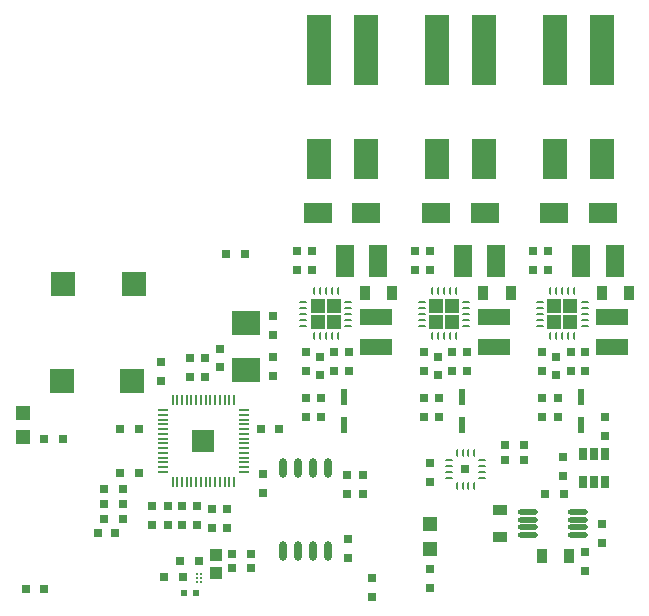
<source format=gtp>
G04*
G04 #@! TF.GenerationSoftware,Altium Limited,Altium Designer,23.7.1 (13)*
G04*
G04 Layer_Color=8421504*
%FSLAX25Y25*%
%MOIN*%
G70*
G04*
G04 #@! TF.SameCoordinates,B06C9E69-D03D-43D7-B58E-4E52A57A25FB*
G04*
G04*
G04 #@! TF.FilePolarity,Positive*
G04*
G01*
G75*
%ADD20R,0.04685X0.04685*%
%ADD21R,0.03150X0.03150*%
%ADD22R,0.02559X0.04331*%
%ADD23R,0.03150X0.03150*%
%ADD24R,0.03543X0.04724*%
%ADD25O,0.06693X0.01772*%
%ADD26R,0.04724X0.03543*%
%ADD27R,0.04724X0.04724*%
%ADD28O,0.02559X0.06693*%
%ADD29R,0.04016X0.04055*%
%ADD30C,0.00787*%
%ADD31R,0.02480X0.02165*%
%ADD32R,0.02559X0.03150*%
%ADD33R,0.07874X0.07874*%
G04:AMPARAMS|DCode=34|XSize=7.87mil|YSize=33.07mil|CornerRadius=0.98mil|HoleSize=0mil|Usage=FLASHONLY|Rotation=180.000|XOffset=0mil|YOffset=0mil|HoleType=Round|Shape=RoundedRectangle|*
%AMROUNDEDRECTD34*
21,1,0.00787,0.03110,0,0,180.0*
21,1,0.00591,0.03307,0,0,180.0*
1,1,0.00197,-0.00295,0.01555*
1,1,0.00197,0.00295,0.01555*
1,1,0.00197,0.00295,-0.01555*
1,1,0.00197,-0.00295,-0.01555*
%
%ADD34ROUNDEDRECTD34*%
G04:AMPARAMS|DCode=35|XSize=33.07mil|YSize=7.87mil|CornerRadius=0.98mil|HoleSize=0mil|Usage=FLASHONLY|Rotation=180.000|XOffset=0mil|YOffset=0mil|HoleType=Round|Shape=RoundedRectangle|*
%AMROUNDEDRECTD35*
21,1,0.03307,0.00591,0,0,180.0*
21,1,0.03110,0.00787,0,0,180.0*
1,1,0.00197,-0.01555,0.00295*
1,1,0.00197,0.01555,0.00295*
1,1,0.00197,0.01555,-0.00295*
1,1,0.00197,-0.01555,-0.00295*
%
%ADD35ROUNDEDRECTD35*%
%ADD36R,0.07717X0.07717*%
%ADD37R,0.09449X0.07874*%
%ADD38R,0.02165X0.05709*%
%ADD39R,0.11024X0.05512*%
G04:AMPARAMS|DCode=40|XSize=9.45mil|YSize=23.62mil|CornerRadius=2.36mil|HoleSize=0mil|Usage=FLASHONLY|Rotation=180.000|XOffset=0mil|YOffset=0mil|HoleType=Round|Shape=RoundedRectangle|*
%AMROUNDEDRECTD40*
21,1,0.00945,0.01890,0,0,180.0*
21,1,0.00472,0.02362,0,0,180.0*
1,1,0.00472,-0.00236,0.00945*
1,1,0.00472,0.00236,0.00945*
1,1,0.00472,0.00236,-0.00945*
1,1,0.00472,-0.00236,-0.00945*
%
%ADD40ROUNDEDRECTD40*%
G04:AMPARAMS|DCode=41|XSize=9.45mil|YSize=23.62mil|CornerRadius=2.36mil|HoleSize=0mil|Usage=FLASHONLY|Rotation=90.000|XOffset=0mil|YOffset=0mil|HoleType=Round|Shape=RoundedRectangle|*
%AMROUNDEDRECTD41*
21,1,0.00945,0.01890,0,0,90.0*
21,1,0.00472,0.02362,0,0,90.0*
1,1,0.00472,0.00945,0.00236*
1,1,0.00472,0.00945,-0.00236*
1,1,0.00472,-0.00945,-0.00236*
1,1,0.00472,-0.00945,0.00236*
%
%ADD41ROUNDEDRECTD41*%
%ADD42R,0.05906X0.11024*%
%ADD43R,0.09449X0.07087*%
%ADD44R,0.07874X0.13780*%
%ADD45R,0.07874X0.23622*%
D20*
X71996Y82492D02*
D03*
X71996Y88043D02*
D03*
X66445Y88043D02*
D03*
X66445Y82492D02*
D03*
X105815Y82492D02*
D03*
Y88043D02*
D03*
X111366D02*
D03*
Y82492D02*
D03*
X150736Y82492D02*
D03*
Y88043D02*
D03*
X145185D02*
D03*
Y82492D02*
D03*
D21*
X-30906Y-6496D02*
D03*
X-24606D02*
D03*
X148425Y25394D02*
D03*
X142126D02*
D03*
X135138Y41535D02*
D03*
X128839D02*
D03*
X135138Y36614D02*
D03*
X128839D02*
D03*
X53747Y46869D02*
D03*
X47447D02*
D03*
X44094Y5315D02*
D03*
X37795D02*
D03*
X44094Y492D02*
D03*
X37795D02*
D03*
X15354Y-2362D02*
D03*
X21654D02*
D03*
X20571Y3051D02*
D03*
X26870D02*
D03*
X591Y32087D02*
D03*
X6890D02*
D03*
X1575Y27067D02*
D03*
X-4724D02*
D03*
Y22047D02*
D03*
X1575D02*
D03*
X-4724Y16929D02*
D03*
X1575D02*
D03*
X-18504Y43602D02*
D03*
X-24803D02*
D03*
X591Y46850D02*
D03*
X6890D02*
D03*
X35827Y105118D02*
D03*
X42126D02*
D03*
X115748Y33465D02*
D03*
D22*
X154921Y38583D02*
D03*
X158661D02*
D03*
X162402D02*
D03*
Y29134D02*
D03*
X158661D02*
D03*
X154921Y29134D02*
D03*
D23*
X148327Y31398D02*
D03*
Y37697D02*
D03*
X161417Y8957D02*
D03*
Y15256D02*
D03*
X155709Y5807D02*
D03*
Y-492D02*
D03*
X103937Y35630D02*
D03*
Y29331D02*
D03*
Y-6102D02*
D03*
Y197D02*
D03*
X33858Y67421D02*
D03*
Y73721D02*
D03*
X48228Y25492D02*
D03*
Y31791D02*
D03*
X26280Y14961D02*
D03*
Y21260D02*
D03*
X31201Y14075D02*
D03*
Y20374D02*
D03*
X36122Y14075D02*
D03*
Y20374D02*
D03*
X21358Y14961D02*
D03*
Y21260D02*
D03*
X16437Y14961D02*
D03*
Y21260D02*
D03*
X11319Y14961D02*
D03*
Y21260D02*
D03*
X14370Y69291D02*
D03*
Y62992D02*
D03*
X23917Y70669D02*
D03*
Y64370D02*
D03*
X28839Y70669D02*
D03*
Y64370D02*
D03*
X51673Y84449D02*
D03*
Y78150D02*
D03*
Y64468D02*
D03*
Y70768D02*
D03*
X76858Y66228D02*
D03*
Y72528D02*
D03*
X72039Y72535D02*
D03*
Y66236D02*
D03*
X67315Y64760D02*
D03*
Y71059D02*
D03*
X101862Y66335D02*
D03*
Y72634D02*
D03*
X62492Y66335D02*
D03*
Y72634D02*
D03*
X67709Y57181D02*
D03*
Y50882D02*
D03*
X62492D02*
D03*
Y57181D02*
D03*
X64677Y99850D02*
D03*
Y106150D02*
D03*
X59677Y99850D02*
D03*
Y106150D02*
D03*
X111409Y72535D02*
D03*
Y66236D02*
D03*
X107079Y57181D02*
D03*
Y50882D02*
D03*
X101862D02*
D03*
Y57181D02*
D03*
X106685Y64760D02*
D03*
Y71059D02*
D03*
X116228Y66228D02*
D03*
Y72528D02*
D03*
X99047Y99850D02*
D03*
Y106150D02*
D03*
X104047Y99850D02*
D03*
Y106150D02*
D03*
X141232Y66335D02*
D03*
Y72634D02*
D03*
X155598Y66228D02*
D03*
Y72528D02*
D03*
X146449Y57181D02*
D03*
Y50882D02*
D03*
X141232D02*
D03*
Y57181D02*
D03*
X146055Y64760D02*
D03*
Y71059D02*
D03*
X162402Y44587D02*
D03*
Y50886D02*
D03*
X150779Y72536D02*
D03*
Y66236D02*
D03*
X143417Y99850D02*
D03*
Y106150D02*
D03*
X138417Y99850D02*
D03*
Y106150D02*
D03*
X76378Y31496D02*
D03*
Y25197D02*
D03*
X81496Y31496D02*
D03*
Y25197D02*
D03*
X76476Y3839D02*
D03*
Y10138D02*
D03*
X84547Y-8957D02*
D03*
Y-2657D02*
D03*
D24*
X150394Y4626D02*
D03*
X141339Y4626D02*
D03*
X130780Y92311D02*
D03*
X121724D02*
D03*
X91409D02*
D03*
X82354D02*
D03*
X170150Y92311D02*
D03*
X161094D02*
D03*
D25*
X153150Y11614D02*
D03*
Y14173D02*
D03*
X153150Y16732D02*
D03*
X153150Y19291D02*
D03*
X136614Y11614D02*
D03*
Y14173D02*
D03*
Y16732D02*
D03*
Y19291D02*
D03*
D26*
X127165Y19980D02*
D03*
Y10925D02*
D03*
D27*
X103937Y6988D02*
D03*
Y15256D02*
D03*
X-31890Y44094D02*
D03*
Y52362D02*
D03*
D28*
X54902Y6102D02*
D03*
X59902Y6102D02*
D03*
X64902D02*
D03*
X69902Y6102D02*
D03*
X54902Y34055D02*
D03*
X59902D02*
D03*
X64902D02*
D03*
X69902Y34055D02*
D03*
D29*
X32480Y-925D02*
D03*
Y4862D02*
D03*
D30*
X27559Y-4134D02*
D03*
X26181D02*
D03*
X27559Y-2756D02*
D03*
X26181D02*
D03*
X27559Y-1378D02*
D03*
X26181D02*
D03*
D31*
X22047Y-7874D02*
D03*
X25984D02*
D03*
D32*
X-6890Y12303D02*
D03*
X-984D02*
D03*
D33*
X5118Y95276D02*
D03*
X-18504Y95276D02*
D03*
X4724Y62992D02*
D03*
X-18898D02*
D03*
D34*
X38583Y56437D02*
D03*
X37008D02*
D03*
X35433D02*
D03*
X33858D02*
D03*
X32283D02*
D03*
X30709D02*
D03*
X29134D02*
D03*
X27559D02*
D03*
X25984D02*
D03*
X24409D02*
D03*
X22835D02*
D03*
X21260D02*
D03*
X19685D02*
D03*
X18110D02*
D03*
Y29390D02*
D03*
X19685D02*
D03*
X21260D02*
D03*
X22835Y29390D02*
D03*
X24409D02*
D03*
X25984D02*
D03*
X27559D02*
D03*
X29134D02*
D03*
X30709D02*
D03*
X32283D02*
D03*
X33858D02*
D03*
X35433Y29390D02*
D03*
X37008D02*
D03*
X38583D02*
D03*
D35*
X41870Y32677D02*
D03*
Y34252D02*
D03*
Y35827D02*
D03*
Y37402D02*
D03*
Y38976D02*
D03*
Y40551D02*
D03*
Y42126D02*
D03*
Y43701D02*
D03*
Y45276D02*
D03*
Y46850D02*
D03*
Y48425D02*
D03*
Y50000D02*
D03*
Y51575D02*
D03*
Y53150D02*
D03*
X14823D02*
D03*
Y51575D02*
D03*
Y50000D02*
D03*
Y48425D02*
D03*
Y46850D02*
D03*
Y45276D02*
D03*
Y43701D02*
D03*
Y42126D02*
D03*
Y40551D02*
D03*
Y38976D02*
D03*
Y37402D02*
D03*
Y35827D02*
D03*
Y34252D02*
D03*
Y32677D02*
D03*
D36*
X28346Y42913D02*
D03*
D37*
X42618Y66437D02*
D03*
Y82185D02*
D03*
D38*
X75386Y57476D02*
D03*
Y48224D02*
D03*
X114756Y57476D02*
D03*
Y48224D02*
D03*
X154126Y57476D02*
D03*
Y48224D02*
D03*
D39*
X85882Y84232D02*
D03*
Y74390D02*
D03*
X125252Y84232D02*
D03*
Y74390D02*
D03*
X164622Y84232D02*
D03*
Y74390D02*
D03*
D40*
X65284Y77787D02*
D03*
X67252D02*
D03*
X69221D02*
D03*
X71189D02*
D03*
X73158D02*
D03*
Y92748D02*
D03*
X71189D02*
D03*
X69221D02*
D03*
X67252D02*
D03*
X65284D02*
D03*
X118701Y38976D02*
D03*
X116732D02*
D03*
X114764D02*
D03*
X112795D02*
D03*
Y27953D02*
D03*
X114764D02*
D03*
X116732D02*
D03*
X118701D02*
D03*
X104654Y92748D02*
D03*
X106622D02*
D03*
X108591D02*
D03*
X110559D02*
D03*
X112528D02*
D03*
Y77787D02*
D03*
X110559D02*
D03*
X108591D02*
D03*
X106622D02*
D03*
X104654D02*
D03*
X144024Y77787D02*
D03*
X145992D02*
D03*
X147961D02*
D03*
X149929D02*
D03*
X151898D02*
D03*
Y92748D02*
D03*
X149929D02*
D03*
X147961D02*
D03*
X145992D02*
D03*
X144024D02*
D03*
D41*
X76701Y81331D02*
D03*
Y83299D02*
D03*
Y85268D02*
D03*
Y87236D02*
D03*
Y89205D02*
D03*
X61740D02*
D03*
Y87236D02*
D03*
Y85268D02*
D03*
Y83299D02*
D03*
Y81331D02*
D03*
X110236Y36417D02*
D03*
Y34449D02*
D03*
Y32480D02*
D03*
Y30512D02*
D03*
X121260D02*
D03*
Y32480D02*
D03*
Y34449D02*
D03*
Y36417D02*
D03*
X101110Y81331D02*
D03*
Y83299D02*
D03*
Y85268D02*
D03*
Y87236D02*
D03*
Y89205D02*
D03*
X116071D02*
D03*
Y87236D02*
D03*
Y85268D02*
D03*
Y83299D02*
D03*
Y81331D02*
D03*
X155441Y81331D02*
D03*
Y83299D02*
D03*
Y85268D02*
D03*
Y87236D02*
D03*
Y89205D02*
D03*
X140480D02*
D03*
Y87236D02*
D03*
Y85268D02*
D03*
Y83299D02*
D03*
Y81331D02*
D03*
D42*
X75665Y102811D02*
D03*
X86689D02*
D03*
X115035D02*
D03*
X126059D02*
D03*
X154405Y102811D02*
D03*
X165429D02*
D03*
D43*
X145346Y118811D02*
D03*
X161488D02*
D03*
X105976Y118811D02*
D03*
X122118D02*
D03*
X66606D02*
D03*
X82748D02*
D03*
D44*
X145669Y136811D02*
D03*
X161417D02*
D03*
X106299Y136811D02*
D03*
X122047D02*
D03*
X66929D02*
D03*
X82677D02*
D03*
D45*
X145669Y173228D02*
D03*
X161417D02*
D03*
X106299Y173228D02*
D03*
X122047D02*
D03*
X66929Y173228D02*
D03*
X82677Y173228D02*
D03*
M02*

</source>
